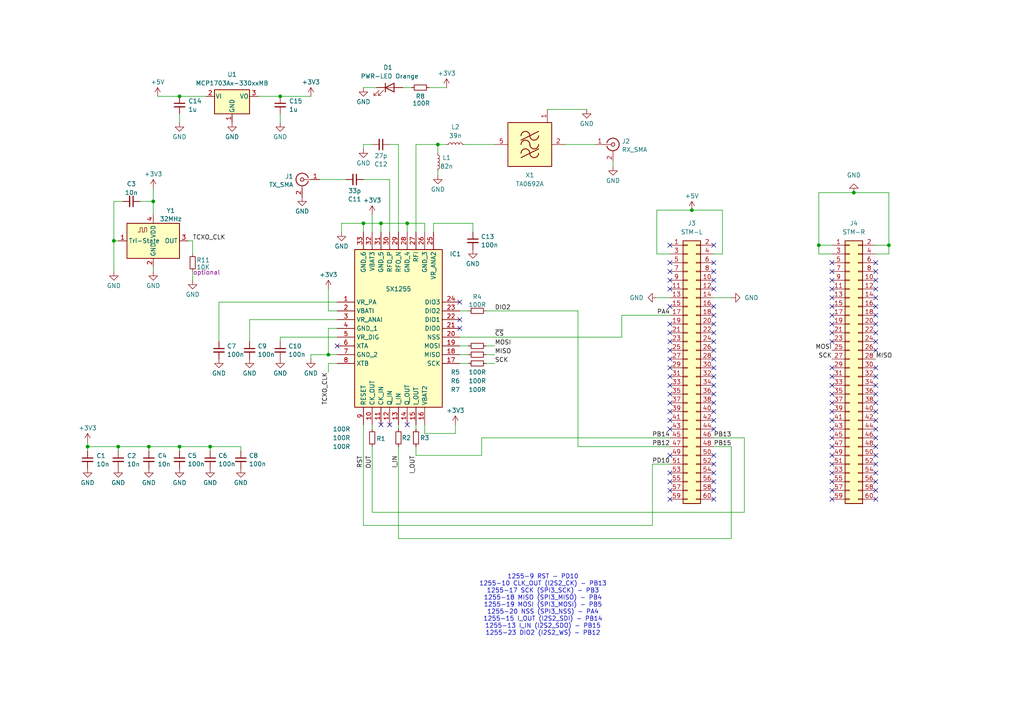
<source format=kicad_sch>
(kicad_sch (version 20250114) (generator "eeschema") (generator_version "9.0")
  (paper "A4")
  (title_block (title "SX1255-STM32H723ZG HAT") (date "07.1.2026") (rev "V 1.0") (company "Z32IT"))
  (lib_symbols
    (symbol "Connector:Conn_Coaxial" (pin_names (offset 1.016) (hide yes))
      (property "Reference" "J" (at 0.254 3.048 0))
      (property "Value" "Conn_Coaxial" (at 2.921 0 90))
      (symbol "Conn_Coaxial_0_1"
        (polyline (pts (xy -2.54 0) (xy -0.508 0)))
        (arc (start 1.778 0) (mid 0.222 -1.8079) (end -1.778 -0.508) (stroke (width 0.254)))
        (arc (start -1.778 0.508) (mid 0.2221 1.8084) (end 1.778 0) (stroke (width 0.254)))
        (circle (center 0 0) (radius 0.508) (stroke (width 0.2032)))
        (polyline (pts (xy 0 -2.54) (xy 0 -1.778)))
      )
      (symbol "Conn_Coaxial_1_1"
        (pin passive line (at -5.08 0 0) (length 2.54) (name "In") (number "1"))
        (pin passive line (at 0 -5.08 90) (length 2.54) (name "Ext") (number "2"))
      )
    )
    (symbol "Connector_Generic:Conn_02x30_Odd_Even" (pin_names (offset 1.016) (hide yes))
      (property "Reference" "J" (at 1.27 38.1 0))
      (property "Value" "Conn_02x30_Odd_Even" (at 1.27 -40.64 0))
      (symbol "Conn_02x30_Odd_Even_1_1"
        (rectangle (start -1.27 36.83) (end 3.81 -39.37) (stroke (width 0.254)) (fill (type background)))
        (rectangle (start -1.27 35.687) (end 0 35.433) (stroke (width 0.1524)))
        (rectangle (start -1.27 33.147) (end 0 32.893) (stroke (width 0.1524)))
        (rectangle (start -1.27 30.607) (end 0 30.353) (stroke (width 0.1524)))
        (rectangle (start -1.27 28.067) (end 0 27.813) (stroke (width 0.1524)))
        (rectangle (start -1.27 25.527) (end 0 25.273) (stroke (width 0.1524)))
        (rectangle (start -1.27 22.987) (end 0 22.733) (stroke (width 0.1524)))
        (rectangle (start -1.27 20.447) (end 0 20.193) (stroke (width 0.1524)))
        (rectangle (start -1.27 17.907) (end 0 17.653) (stroke (width 0.1524)))
        (rectangle (start -1.27 15.367) (end 0 15.113) (stroke (width 0.1524)))
        (rectangle (start -1.27 12.827) (end 0 12.573) (stroke (width 0.1524)))
        (rectangle (start -1.27 10.287) (end 0 10.033) (stroke (width 0.1524)))
        (rectangle (start -1.27 7.747) (end 0 7.493) (stroke (width 0.1524)))
        (rectangle (start -1.27 5.207) (end 0 4.953) (stroke (width 0.1524)))
        (rectangle (start -1.27 2.667) (end 0 2.413) (stroke (width 0.1524)))
        (rectangle (start -1.27 0.127) (end 0 -0.127) (stroke (width 0.1524)))
        (rectangle (start -1.27 -2.413) (end 0 -2.667) (stroke (width 0.1524)))
        (rectangle (start -1.27 -4.953) (end 0 -5.207) (stroke (width 0.1524)))
        (rectangle (start -1.27 -7.493) (end 0 -7.747) (stroke (width 0.1524)))
        (rectangle (start -1.27 -10.033) (end 0 -10.287) (stroke (width 0.1524)))
        (rectangle (start -1.27 -12.573) (end 0 -12.827) (stroke (width 0.1524)))
        (rectangle (start -1.27 -15.113) (end 0 -15.367) (stroke (width 0.1524)))
        (rectangle (start -1.27 -17.653) (end 0 -17.907) (stroke (width 0.1524)))
        (rectangle (start -1.27 -20.193) (end 0 -20.447) (stroke (width 0.1524)))
        (rectangle (start -1.27 -22.733) (end 0 -22.987) (stroke (width 0.1524)))
        (rectangle (start -1.27 -25.273) (end 0 -25.527) (stroke (width 0.1524)))
        (rectangle (start -1.27 -27.813) (end 0 -28.067) (stroke (width 0.1524)))
        (rectangle (start -1.27 -30.353) (end 0 -30.607) (stroke (width 0.1524)))
        (rectangle (start -1.27 -32.893) (end 0 -33.147) (stroke (width 0.1524)))
        (rectangle (start -1.27 -35.433) (end 0 -35.687) (stroke (width 0.1524)))
        (rectangle (start -1.27 -37.973) (end 0 -38.227) (stroke (width 0.1524)))
        (rectangle (start 3.81 35.687) (end 2.54 35.433) (stroke (width 0.1524)))
        (rectangle (start 3.81 33.147) (end 2.54 32.893) (stroke (width 0.1524)))
        (rectangle (start 3.81 30.607) (end 2.54 30.353) (stroke (width 0.1524)))
        (rectangle (start 3.81 28.067) (end 2.54 27.813) (stroke (width 0.1524)))
        (rectangle (start 3.81 25.527) (end 2.54 25.273) (stroke (width 0.1524)))
        (rectangle (start 3.81 22.987) (end 2.54 22.733) (stroke (width 0.1524)))
        (rectangle (start 3.81 20.447) (end 2.54 20.193) (stroke (width 0.1524)))
        (rectangle (start 3.81 17.907) (end 2.54 17.653) (stroke (width 0.1524)))
        (rectangle (start 3.81 15.367) (end 2.54 15.113) (stroke (width 0.1524)))
        (rectangle (start 3.81 12.827) (end 2.54 12.573) (stroke (width 0.1524)))
        (rectangle (start 3.81 10.287) (end 2.54 10.033) (stroke (width 0.1524)))
        (rectangle (start 3.81 7.747) (end 2.54 7.493) (stroke (width 0.1524)))
        (rectangle (start 3.81 5.207) (end 2.54 4.953) (stroke (width 0.1524)))
        (rectangle (start 3.81 2.667) (end 2.54 2.413) (stroke (width 0.1524)))
        (rectangle (start 3.81 0.127) (end 2.54 -0.127) (stroke (width 0.1524)))
        (rectangle (start 3.81 -2.413) (end 2.54 -2.667) (stroke (width 0.1524)))
        (rectangle (start 3.81 -4.953) (end 2.54 -5.207) (stroke (width 0.1524)))
        (rectangle (start 3.81 -7.493) (end 2.54 -7.747) (stroke (width 0.1524)))
        (rectangle (start 3.81 -10.033) (end 2.54 -10.287) (stroke (width 0.1524)))
        (rectangle (start 3.81 -12.573) (end 2.54 -12.827) (stroke (width 0.1524)))
        (rectangle (start 3.81 -15.113) (end 2.54 -15.367) (stroke (width 0.1524)))
        (rectangle (start 3.81 -17.653) (end 2.54 -17.907) (stroke (width 0.1524)))
        (rectangle (start 3.81 -20.193) (end 2.54 -20.447) (stroke (width 0.1524)))
        (rectangle (start 3.81 -22.733) (end 2.54 -22.987) (stroke (width 0.1524)))
        (rectangle (start 3.81 -25.273) (end 2.54 -25.527) (stroke (width 0.1524)))
        (rectangle (start 3.81 -27.813) (end 2.54 -28.067) (stroke (width 0.1524)))
        (rectangle (start 3.81 -30.353) (end 2.54 -30.607) (stroke (width 0.1524)))
        (rectangle (start 3.81 -32.893) (end 2.54 -33.147) (stroke (width 0.1524)))
        (rectangle (start 3.81 -35.433) (end 2.54 -35.687) (stroke (width 0.1524)))
        (rectangle (start 3.81 -37.973) (end 2.54 -38.227) (stroke (width 0.1524)))
        (pin passive line (at -5.08 35.56 0) (length 3.81) (name "Pin_1") (number "1"))
        (pin passive line (at -5.08 33.02 0) (length 3.81) (name "Pin_3") (number "3"))
        (pin passive line (at -5.08 30.48 0) (length 3.81) (name "Pin_5") (number "5"))
        (pin passive line (at -5.08 27.94 0) (length 3.81) (name "Pin_7") (number "7"))
        (pin passive line (at -5.08 25.4 0) (length 3.81) (name "Pin_9") (number "9"))
        (pin passive line (at -5.08 22.86 0) (length 3.81) (name "Pin_11") (number "11"))
        (pin passive line (at -5.08 20.32 0) (length 3.81) (name "Pin_13") (number "13"))
        (pin passive line (at -5.08 17.78 0) (length 3.81) (name "Pin_15") (number "15"))
        (pin passive line (at -5.08 15.24 0) (length 3.81) (name "Pin_17") (number "17"))
        (pin passive line (at -5.08 12.7 0) (length 3.81) (name "Pin_19") (number "19"))
        (pin passive line (at -5.08 10.16 0) (length 3.81) (name "Pin_21") (number "21"))
        (pin passive line (at -5.08 7.62 0) (length 3.81) (name "Pin_23") (number "23"))
        (pin passive line (at -5.08 5.08 0) (length 3.81) (name "Pin_25") (number "25"))
        (pin passive line (at -5.08 2.54 0) (length 3.81) (name "Pin_27") (number "27"))
        (pin passive line (at -5.08 0 0) (length 3.81) (name "Pin_29") (number "29"))
        (pin passive line (at -5.08 -2.54 0) (length 3.81) (name "Pin_31") (number "31"))
        (pin passive line (at -5.08 -5.08 0) (length 3.81) (name "Pin_33") (number "33"))
        (pin passive line (at -5.08 -7.62 0) (length 3.81) (name "Pin_35") (number "35"))
        (pin passive line (at -5.08 -10.16 0) (length 3.81) (name "Pin_37") (number "37"))
        (pin passive line (at -5.08 -12.7 0) (length 3.81) (name "Pin_39") (number "39"))
        (pin passive line (at -5.08 -15.24 0) (length 3.81) (name "Pin_41") (number "41"))
        (pin passive line (at -5.08 -17.78 0) (length 3.81) (name "Pin_43") (number "43"))
        (pin passive line (at -5.08 -20.32 0) (length 3.81) (name "Pin_45") (number "45"))
        (pin passive line (at -5.08 -22.86 0) (length 3.81) (name "Pin_47") (number "47"))
        (pin passive line (at -5.08 -25.4 0) (length 3.81) (name "Pin_49") (number "49"))
        (pin passive line (at -5.08 -27.94 0) (length 3.81) (name "Pin_51") (number "51"))
        (pin passive line (at -5.08 -30.48 0) (length 3.81) (name "Pin_53") (number "53"))
        (pin passive line (at -5.08 -33.02 0) (length 3.81) (name "Pin_55") (number "55"))
        (pin passive line (at -5.08 -35.56 0) (length 3.81) (name "Pin_57") (number "57"))
        (pin passive line (at -5.08 -38.1 0) (length 3.81) (name "Pin_59") (number "59"))
        (pin passive line (at 7.62 35.56 180) (length 3.81) (name "Pin_2") (number "2"))
        (pin passive line (at 7.62 33.02 180) (length 3.81) (name "Pin_4") (number "4"))
        (pin passive line (at 7.62 30.48 180) (length 3.81) (name "Pin_6") (number "6"))
        (pin passive line (at 7.62 27.94 180) (length 3.81) (name "Pin_8") (number "8"))
        (pin passive line (at 7.62 25.4 180) (length 3.81) (name "Pin_10") (number "10"))
        (pin passive line (at 7.62 22.86 180) (length 3.81) (name "Pin_12") (number "12"))
        (pin passive line (at 7.62 20.32 180) (length 3.81) (name "Pin_14") (number "14"))
        (pin passive line (at 7.62 17.78 180) (length 3.81) (name "Pin_16") (number "16"))
        (pin passive line (at 7.62 15.24 180) (length 3.81) (name "Pin_18") (number "18"))
        (pin passive line (at 7.62 12.7 180) (length 3.81) (name "Pin_20") (number "20"))
        (pin passive line (at 7.62 10.16 180) (length 3.81) (name "Pin_22") (number "22"))
        (pin passive line (at 7.62 7.62 180) (length 3.81) (name "Pin_24") (number "24"))
        (pin passive line (at 7.62 5.08 180) (length 3.81) (name "Pin_26") (number "26"))
        (pin passive line (at 7.62 2.54 180) (length 3.81) (name "Pin_28") (number "28"))
        (pin passive line (at 7.62 0 180) (length 3.81) (name "Pin_30") (number "30"))
        (pin passive line (at 7.62 -2.54 180) (length 3.81) (name "Pin_32") (number "32"))
        (pin passive line (at 7.62 -5.08 180) (length 3.81) (name "Pin_34") (number "34"))
        (pin passive line (at 7.62 -7.62 180) (length 3.81) (name "Pin_36") (number "36"))
        (pin passive line (at 7.62 -10.16 180) (length 3.81) (name "Pin_38") (number "38"))
        (pin passive line (at 7.62 -12.7 180) (length 3.81) (name "Pin_40") (number "40"))
        (pin passive line (at 7.62 -15.24 180) (length 3.81) (name "Pin_42") (number "42"))
        (pin passive line (at 7.62 -17.78 180) (length 3.81) (name "Pin_44") (number "44"))
        (pin passive line (at 7.62 -20.32 180) (length 3.81) (name "Pin_46") (number "46"))
        (pin passive line (at 7.62 -22.86 180) (length 3.81) (name "Pin_48") (number "48"))
        (pin passive line (at 7.62 -25.4 180) (length 3.81) (name "Pin_50") (number "50"))
        (pin passive line (at 7.62 -27.94 180) (length 3.81) (name "Pin_52") (number "52"))
        (pin passive line (at 7.62 -30.48 180) (length 3.81) (name "Pin_54") (number "54"))
        (pin passive line (at 7.62 -33.02 180) (length 3.81) (name "Pin_56") (number "56"))
        (pin passive line (at 7.62 -35.56 180) (length 3.81) (name "Pin_58") (number "58"))
        (pin passive line (at 7.62 -38.1 180) (length 3.81) (name "Pin_60") (number "60"))
      )
    )
    (symbol "Device:C_Small" (pin_numbers (hide yes)) (pin_names (offset 0.254) (hide yes))
      (property "Reference" "C" (at 0.254 1.778 0))
      (property "Value" "C_Small" (at 0.254 -2.032 0))
      (symbol "C_Small_0_1"
        (polyline (pts (xy -1.524 0.508) (xy 1.524 0.508)) (stroke (width 0.3048)))
        (polyline (pts (xy -1.524 -0.508) (xy 1.524 -0.508)) (stroke (width 0.3302)))
      )
      (symbol "C_Small_1_1"
        (pin passive line (at 0 2.54 270) (length 2.032) (name "~") (number "1"))
        (pin passive line (at 0 -2.54 90) (length 2.032) (name "~") (number "2"))
      )
    )
    (symbol "Device:LED" (pin_numbers (hide yes)) (pin_names (offset 1.016) (hide yes))
      (property "Reference" "D" (at 0 2.54 0))
      (property "Value" "LED" (at 0 -2.54 0))
      (symbol "LED_0_1"
        (polyline (pts (xy -3.048 -0.762) (xy -4.572 -2.286) (xy -3.81 -2.286) (xy -4.572 -2.286) (xy -4.572 -1.524)))
        (polyline (pts (xy -1.778 -0.762) (xy -3.302 -2.286) (xy -2.54 -2.286) (xy -3.302 -2.286) (xy -3.302 -1.524)))
        (polyline (pts (xy -1.27 0) (xy 1.27 0)))
        (polyline (pts (xy -1.27 -1.27) (xy -1.27 1.27)) (stroke (width 0.254)))
        (polyline (pts (xy 1.27 -1.27) (xy 1.27 1.27) (xy -1.27 0) (xy 1.27 -1.27)) (stroke (width 0.254)))
      )
      (symbol "LED_1_1"
        (pin passive line (at -3.81 0 0) (length 2.54) (name "K") (number "1"))
        (pin passive line (at 3.81 0 180) (length 2.54) (name "A") (number "2"))
      )
    )
    (symbol "Device:L_Small" (pin_numbers (hide yes)) (pin_names (offset 0.254) (hide yes))
      (property "Reference" "L" (at 0.762 1.016 0))
      (property "Value" "L_Small" (at 0.762 -1.016 0))
      (symbol "L_Small_0_1"
        (arc (start 0 2.032) (mid 0.5058 1.524) (end 0 1.016))
        (arc (start 0 1.016) (mid 0.5058 0.508) (end 0 0))
        (arc (start 0 0) (mid 0.5058 -0.508) (end 0 -1.016))
        (arc (start 0 -1.016) (mid 0.5058 -1.524) (end 0 -2.032))
      )
      (symbol "L_Small_1_1"
        (pin passive line (at 0 2.54 270) (length 0.508) (name "~") (number "1"))
        (pin passive line (at 0 -2.54 90) (length 0.508) (name "~") (number "2"))
      )
    )
    (symbol "Device:R_Small" (pin_numbers (hide yes)) (pin_names (offset 0.254) (hide yes))
      (property "Reference" "R" (at 0.762 0.508 0))
      (property "Value" "R_Small" (at 0.762 -1.016 0))
      (symbol "R_Small_0_1"
        (rectangle (start -0.762 1.778) (end 0.762 -1.778) (stroke (width 0.2032)))
      )
      (symbol "R_Small_1_1"
        (pin passive line (at 0 2.54 270) (length 0.762) (name "~") (number "1"))
        (pin passive line (at 0 -2.54 90) (length 0.762) (name "~") (number "2"))
      )
    )
    (symbol "Oscillator:ECS-2520MV-xxx-xx"
      (property "Reference" "Y" (at -5.08 6.35 0))
      (property "Value" "ECS-2520MV-xxx-xx" (at 1.27 -6.35 0))
      (symbol "ECS-2520MV-xxx-xx_0_1"
        (rectangle (start -7.62 5.08) (end 7.62 -5.08) (stroke (width 0.254)) (fill (type background)))
        (polyline (pts (xy -4.445 2.54) (xy -3.81 2.54) (xy -3.81 3.81) (xy -3.175 3.81) (xy -3.175 2.54) (xy -2.54 2.54) (xy -2.54 3.81) (xy -1.905 3.81) (xy -1.905 2.54)))
      )
      (symbol "ECS-2520MV-xxx-xx_1_1"
        (pin input line (at -10.16 0 0) (length 2.54) (name "Tri-State") (number "1"))
        (pin power_in line (at 0 7.62 270) (length 2.54) (name "VDD") (number "4"))
        (pin power_in line (at 0 -7.62 90) (length 2.54) (name "GND") (number "2"))
        (pin output line (at 10.16 0 180) (length 2.54) (name "OUT") (number "3"))
      )
    )
    (symbol "RF_Filter:STA1090EC" (pin_names (hide yes))
      (property "Reference" "X" (at -5.08 10.16 0))
      (property "Value" "STA1090EC" (at -1.27 7.62 0))
      (symbol "STA1090EC_1_1"
        (rectangle (start -6.35 6.35) (end 6.35 -6.35) (stroke (width 0.254)) (fill (type background)))
        (polyline (pts (xy -2.54 1.27) (xy 2.54 3.81)) (stroke (width 0.254)))
        (polyline (pts (xy -2.54 -3.81) (xy 2.54 -1.27)) (stroke (width 0.254)))
        (arc (start -2.54 2.54) (mid -1.27 3.8045) (end 0 2.54) (stroke (width 0.254)))
        (arc (start -2.54 0) (mid -1.27 1.2645) (end 0 0) (stroke (width 0.254)))
        (arc (start -2.54 -2.54) (mid -1.27 -1.2755) (end 0 -2.54) (stroke (width 0.254)))
        (arc (start 2.54 2.54) (mid 1.27 1.2755) (end 0 2.54) (stroke (width 0.254)))
        (arc (start 2.54 0) (mid 1.27 -1.2645) (end 0 0) (stroke (width 0.254)))
        (arc (start 2.54 -2.54) (mid 1.27 -3.8045) (end 0 -2.54) (stroke (width 0.254)))
        (pin input line (at -10.16 0 0) (length 3.81) (name "IN") (number "2"))
        (pin power_in line (at -5.08 -10.16 90) (length 3.81) (name "GND") (number "1"))
        (pin passive line (at -5.08 -10.16 90) (length 3.81) (hide yes) (name "GND") (number "3"))
        (pin passive line (at -5.08 -10.16 90) (length 3.81) (hide yes) (name "GND") (number "4"))
        (pin passive line (at -5.08 -10.16 90) (length 3.81) (hide yes) (name "GND") (number "6"))
        (pin output line (at 10.16 0 180) (length 3.81) (name "OUT") (number "5"))
      )
    )
    (symbol "Regulator_Linear:MCP1703Ax-330xxMB" (pin_names (offset 0.254))
      (property "Reference" "U" (at -3.81 3.175 0))
      (property "Value" "MCP1703Ax-330xxMB" (at 0 3.175 0))
      (symbol "MCP1703Ax-330xxMB_0_1"
        (rectangle (start -5.08 -5.08) (end 5.08 1.905) (stroke (width 0.254)) (fill (type background)))
      )
      (symbol "MCP1703Ax-330xxMB_1_1"
        (pin power_in line (at -7.62 0 0) (length 2.54) (name "VI") (number "2"))
        (pin power_in line (at 0 -7.62 90) (length 2.54) (name "GND") (number "1"))
        (pin power_out line (at 7.62 0 180) (length 2.54) (name "VO") (number "3"))
      )
    )
    (symbol "SX1255:SX1255IWLTRT"
      (property "Reference" "IC" (at 31.75 20.32 0))
      (property "Value" "SX1255IWLTRT" (at 31.75 17.78 0))
      (symbol "SX1255IWLTRT_1_1"
        (rectangle (start 5.08 15.24) (end 30.48 -30.48) (stroke (width 0.254)) (fill (type background)))
        (pin passive line (at 0 0 0) (length 5.08) (name "VR_PA") (number "1"))
        (pin passive line (at 0 -2.54 0) (length 5.08) (name "VBATI") (number "2"))
        (pin passive line (at 0 -5.08 0) (length 5.08) (name "VR_ANAI") (number "3"))
        (pin passive line (at 0 -7.62 0) (length 5.08) (name "GND_1") (number "4"))
        (pin passive line (at 0 -10.16 0) (length 5.08) (name "VR_DIG") (number "5"))
        (pin passive line (at 0 -12.7 0) (length 5.08) (name "XTA") (number "6"))
        (pin passive line (at 0 -15.24 0) (length 5.08) (name "GND_2") (number "7"))
        (pin passive line (at 0 -17.78 0) (length 5.08) (name "XTB") (number "8"))
        (pin passive line (at 7.62 20.32 270) (length 5.08) (name "GND_6") (number "33"))
        (pin passive line (at 7.62 -35.56 90) (length 5.08) (name "RESET") (number "9"))
        (pin passive line (at 10.16 20.32 270) (length 5.08) (name "VBAT3") (number "32"))
        (pin passive line (at 10.16 -35.56 90) (length 5.08) (name "CK_OUT") (number "10"))
        (pin passive line (at 12.7 20.32 270) (length 5.08) (name "GND_5") (number "31"))
        (pin passive line (at 12.7 -35.56 90) (length 5.08) (name "CK_IN") (number "11"))
        (pin passive line (at 15.24 20.32 270) (length 5.08) (name "RFO_P") (number "30"))
        (pin passive line (at 15.24 -35.56 90) (length 5.08) (name "Q_IN") (number "12"))
        (pin passive line (at 17.78 20.32 270) (length 5.08) (name "RFO_N") (number "29"))
        (pin passive line (at 17.78 -35.56 90) (length 5.08) (name "I_IN") (number "13"))
        (pin passive line (at 20.32 20.32 270) (length 5.08) (name "GND_4") (number "28"))
        (pin passive line (at 20.32 -35.56 90) (length 5.08) (name "Q_OUT") (number "14"))
        (pin passive line (at 22.86 20.32 270) (length 5.08) (name "RFI") (number "27"))
        (pin passive line (at 22.86 -35.56 90) (length 5.08) (name "I_OUT") (number "15"))
        (pin passive line (at 25.4 20.32 270) (length 5.08) (name "GND_3") (number "26"))
        (pin passive line (at 25.4 -35.56 90) (length 5.08) (name "VBAT2") (number "16"))
        (pin passive line (at 27.94 20.32 270) (length 5.08) (name "VR_ANA2") (number "25"))
        (pin passive line (at 35.56 0 180) (length 5.08) (name "DIO3") (number "24"))
        (pin passive line (at 35.56 -2.54 180) (length 5.08) (name "DIO2") (number "23"))
        (pin passive line (at 35.56 -5.08 180) (length 5.08) (name "DIO1") (number "22"))
        (pin passive line (at 35.56 -7.62 180) (length 5.08) (name "DIO0") (number "21"))
        (pin passive line (at 35.56 -10.16 180) (length 5.08) (name "NSS") (number "20"))
        (pin passive line (at 35.56 -12.7 180) (length 5.08) (name "MOSI") (number "19"))
        (pin passive line (at 35.56 -15.24 180) (length 5.08) (name "MISO") (number "18"))
        (pin passive line (at 35.56 -17.78 180) (length 5.08) (name "SCK") (number "17"))
      )
    )
    (symbol "power:+3V3" (power) (pin_names (offset 0))
      (property "Value" "+3V3" (at 0 3.556 0))
      (symbol "+3V3_0_1"
        (polyline (pts (xy -0.762 1.27) (xy 0 2.54)))
        (polyline (pts (xy 0 2.54) (xy 0.762 1.27)))
        (polyline (pts (xy 0 0) (xy 0 2.54)))
      )
      (symbol "+3V3_1_1"
        (pin power_in line (at 0 0 90) (length 0) (hide yes) (name "+3V3") (number "1"))
      )
    )
    (symbol "power:GND" (power) (pin_names (offset 0))
      (property "Value" "GND" (at 0 -3.81 0))
      (symbol "GND_0_1"
        (polyline (pts (xy 0 0) (xy 0 -1.27) (xy 1.27 -1.27) (xy 0 -2.54) (xy -1.27 -1.27) (xy 0 -1.27)))
      )
      (symbol "GND_1_1"
        (pin power_in line (at 0 0 270) (length 0) (hide yes) (name "GND") (number "1"))
      )
    )
  )
  (text "1255-9 RST - PD10\n1255-10 CLK_OUT (I2S2_CK) - PB13\n1255-17 SCK (SPI3_SCK) - PB3\n1255-18 MISO (SPI3_MISO) - PB4\n1255-19 MOSI (SPI3_MOSI) - PB5\n1255-20 NSS (SPI3_NSS) - PA4\n1255-15 I_OUT (I2S2_SDI) - PB14\n1255-13 I_IN (I2S2_SDO) - PB15\n1255-23 DIO2 (I2S2_WS) - PB12" (at 157.48 175.514 0) (effects (font (size 1.27 1.27))))
  (junction (at 95.25 102.87))
  (junction (at 118.11 64.77))
  (junction (at 81.28 27.94))
  (junction (at 52.07 27.94))
  (junction (at 237.49 71.12))
  (junction (at 52.07 129.54))
  (junction (at 105.41 64.77))
  (junction (at 127 41.91))
  (junction (at 34.29 129.54))
  (junction (at 43.18 129.54))
  (junction (at 257.81 71.12))
  (junction (at 33.02 69.85))
  (junction (at 200.66 60.96))
  (junction (at 25.4 129.54))
  (junction (at 247.65 55.88))
  (junction (at 60.96 129.54))
  (junction (at 44.45 58.42))
  (junction (at 110.49 64.77))
  (no_connect (at 194.31 78.74))
  (no_connect (at 254 129.54))
  (no_connect (at 207.01 116.84))
  (no_connect (at 241.3 132.08))
  (no_connect (at 207.01 137.16))
  (no_connect (at 207.01 81.28))
  (no_connect (at 207.01 88.9))
  (no_connect (at 241.3 93.98))
  (no_connect (at 194.31 137.16))
  (no_connect (at 254 132.08))
  (no_connect (at 241.3 96.52))
  (no_connect (at 254 124.46))
  (no_connect (at 254 101.6))
  (no_connect (at 241.3 99.06))
  (no_connect (at 241.3 78.74))
  (no_connect (at 194.31 88.9))
  (no_connect (at 113.03 123.19))
  (no_connect (at 207.01 124.46))
  (no_connect (at 254 96.52))
  (no_connect (at 207.01 106.68))
  (no_connect (at 207.01 114.3))
  (no_connect (at 194.31 109.22))
  (no_connect (at 207.01 119.38))
  (no_connect (at 207.01 71.12))
  (no_connect (at 241.3 114.3))
  (no_connect (at 254 116.84))
  (no_connect (at 133.35 95.25))
  (no_connect (at 194.31 119.38))
  (no_connect (at 194.31 124.46))
  (no_connect (at 254 119.38))
  (no_connect (at 241.3 81.28))
  (no_connect (at 241.3 144.78))
  (no_connect (at 254 114.3))
  (no_connect (at 254 91.44))
  (no_connect (at 194.31 111.76))
  (no_connect (at 194.31 99.06))
  (no_connect (at 241.3 137.16))
  (no_connect (at 97.79 100.33))
  (no_connect (at 241.3 139.7))
  (no_connect (at 194.31 106.68))
  (no_connect (at 207.01 144.78))
  (no_connect (at 207.01 91.44))
  (no_connect (at 241.3 129.54))
  (no_connect (at 254 78.74))
  (no_connect (at 254 76.2))
  (no_connect (at 194.31 121.92))
  (no_connect (at 254 83.82))
  (no_connect (at 254 142.24))
  (no_connect (at 194.31 96.52))
  (no_connect (at 254 137.16))
  (no_connect (at 194.31 116.84))
  (no_connect (at 207.01 111.76))
  (no_connect (at 241.3 109.22))
  (no_connect (at 254 99.06))
  (no_connect (at 207.01 101.6))
  (no_connect (at 207.01 76.2))
  (no_connect (at 241.3 83.82))
  (no_connect (at 194.31 71.12))
  (no_connect (at 254 88.9))
  (no_connect (at 118.11 123.19))
  (no_connect (at 194.31 93.98))
  (no_connect (at 241.3 119.38))
  (no_connect (at 207.01 99.06))
  (no_connect (at 254 86.36))
  (no_connect (at 207.01 134.62))
  (no_connect (at 241.3 76.2))
  (no_connect (at 133.35 87.63))
  (no_connect (at 207.01 139.7))
  (no_connect (at 254 111.76))
  (no_connect (at 194.31 83.82))
  (no_connect (at 207.01 132.08))
  (no_connect (at 194.31 132.08))
  (no_connect (at 207.01 93.98))
  (no_connect (at 241.3 106.68))
  (no_connect (at 241.3 111.76))
  (no_connect (at 241.3 124.46))
  (no_connect (at 254 81.28))
  (no_connect (at 241.3 134.62))
  (no_connect (at 194.31 142.24))
  (no_connect (at 194.31 81.28))
  (no_connect (at 241.3 86.36))
  (no_connect (at 254 127))
  (no_connect (at 207.01 104.14))
  (no_connect (at 207.01 78.74))
  (no_connect (at 194.31 114.3))
  (no_connect (at 241.3 91.44))
  (no_connect (at 207.01 109.22))
  (no_connect (at 241.3 88.9))
  (no_connect (at 254 144.78))
  (no_connect (at 241.3 127))
  (no_connect (at 194.31 104.14))
  (no_connect (at 207.01 96.52))
  (no_connect (at 194.31 101.6))
  (no_connect (at 133.35 92.71))
  (no_connect (at 207.01 83.82))
  (no_connect (at 110.49 123.19))
  (no_connect (at 254 93.98))
  (no_connect (at 207.01 142.24))
  (no_connect (at 254 106.68))
  (no_connect (at 254 109.22))
  (no_connect (at 194.31 144.78))
  (no_connect (at 207.01 121.92))
  (no_connect (at 194.31 139.7))
  (no_connect (at 254 134.62))
  (no_connect (at 194.31 76.2))
  (no_connect (at 254 121.92))
  (no_connect (at 254 139.7))
  (no_connect (at 241.3 142.24))
  (no_connect (at 241.3 116.84))
  (no_connect (at 241.3 121.92))
  (wire (pts (xy 45.72 27.94) (xy 52.07 27.94)))
  (wire (pts (xy 127 41.91) (xy 129.54 41.91)))
  (wire (pts (xy 107.95 62.23) (xy 107.95 67.31)))
  (wire (pts (xy 95.25 105.41) (xy 97.79 105.41)))
  (wire (pts (xy 44.45 77.47) (xy 44.45 78.74)))
  (wire (pts (xy 120.65 123.19) (xy 120.65 124.46)))
  (wire (pts (xy 81.28 97.79) (xy 97.79 97.79)))
  (wire (pts (xy 194.31 91.44) (xy 180.34 91.44)))
  (wire (pts (xy 63.5 87.63) (xy 97.79 87.63)))
  (wire (pts (xy 115.57 123.19) (xy 115.57 124.46)))
  (wire (pts (xy 81.28 97.79) (xy 81.28 99.06)))
  (wire (pts (xy 44.45 54.61) (xy 44.45 58.42)))
  (wire (pts (xy 120.65 67.31) (xy 120.65 41.91)))
  (wire (pts (xy 194.31 134.62) (xy 189.23 134.62)))
  (wire (pts (xy 209.55 60.96) (xy 200.66 60.96)))
  (wire (pts (xy 140.97 100.33) (xy 143.51 100.33)))
  (wire (pts (xy 52.07 130.81) (xy 52.07 129.54)))
  (wire (pts (xy 44.45 58.42) (xy 44.45 62.23)))
  (wire (pts (xy 133.35 90.17) (xy 135.89 90.17)))
  (wire (pts (xy 74.93 27.94) (xy 81.28 27.94)))
  (wire (pts (xy 105.41 25.4) (xy 109.22 25.4)))
  (wire (pts (xy 110.49 64.77) (xy 105.41 64.77)))
  (wire (pts (xy 133.35 97.79) (xy 180.34 97.79)))
  (wire (pts (xy 92.71 52.07) (xy 100.33 52.07)))
  (wire (pts (xy 194.31 127) (xy 139.7 127)))
  (wire (pts (xy 125.73 67.31) (xy 125.73 64.77)))
  (wire (pts (xy 54.61 69.85) (xy 55.88 69.85)))
  (wire (pts (xy 95.25 107.95) (xy 95.25 105.41)))
  (wire (pts (xy 95.25 90.17) (xy 97.79 90.17)))
  (wire (pts (xy 52.07 35.56) (xy 52.07 33.02)))
  (wire (pts (xy 133.35 105.41) (xy 135.89 105.41)))
  (wire (pts (xy 254 71.12) (xy 257.81 71.12)))
  (wire (pts (xy 25.4 129.54) (xy 34.29 129.54)))
  (wire (pts (xy 139.7 132.08) (xy 120.65 132.08)))
  (wire (pts (xy 113.03 52.07) (xy 113.03 67.31)))
  (wire (pts (xy 107.95 41.91) (xy 105.41 41.91)))
  (wire (pts (xy 99.06 64.77) (xy 99.06 67.31)))
  (wire (pts (xy 33.02 69.85) (xy 33.02 78.74)))
  (wire (pts (xy 212.09 156.21) (xy 115.57 156.21)))
  (wire (pts (xy 190.5 86.36) (xy 194.31 86.36)))
  (wire (pts (xy 194.31 129.54) (xy 167.64 129.54)))
  (wire (pts (xy 107.95 123.19) (xy 107.95 124.46)))
  (wire (pts (xy 105.41 64.77) (xy 99.06 64.77)))
  (wire (pts (xy 97.79 95.25) (xy 95.25 95.25)))
  (wire (pts (xy 257.81 55.88) (xy 247.65 55.88)))
  (wire (pts (xy 140.97 102.87) (xy 143.51 102.87)))
  (wire (pts (xy 43.18 129.54) (xy 52.07 129.54)))
  (wire (pts (xy 124.46 25.4) (xy 129.54 25.4)))
  (wire (pts (xy 215.9 127) (xy 215.9 148.59)))
  (wire (pts (xy 34.29 129.54) (xy 34.29 130.81)))
  (wire (pts (xy 118.11 64.77) (xy 110.49 64.77)))
  (wire (pts (xy 120.65 129.54) (xy 120.65 132.08)))
  (wire (pts (xy 209.55 73.66) (xy 209.55 60.96)))
  (wire (pts (xy 140.97 90.17) (xy 167.64 90.17)))
  (wire (pts (xy 167.64 129.54) (xy 167.64 90.17)))
  (wire (pts (xy 163.83 41.91) (xy 172.72 41.91)))
  (wire (pts (xy 95.25 83.82) (xy 95.25 90.17)))
  (wire (pts (xy 123.19 64.77) (xy 118.11 64.77)))
  (wire (pts (xy 115.57 129.54) (xy 115.57 156.21)))
  (wire (pts (xy 190.5 73.66) (xy 190.5 60.96)))
  (wire (pts (xy 207.01 73.66) (xy 209.55 73.66)))
  (wire (pts (xy 189.23 134.62) (xy 189.23 152.4)))
  (wire (pts (xy 158.75 31.75) (xy 170.18 31.75)))
  (wire (pts (xy 69.85 130.81) (xy 69.85 129.54)))
  (wire (pts (xy 95.25 102.87) (xy 97.79 102.87)))
  (wire (pts (xy 55.88 78.74) (xy 55.88 81.28)))
  (wire (pts (xy 110.49 64.77) (xy 110.49 67.31)))
  (wire (pts (xy 120.65 41.91) (xy 127 41.91)))
  (wire (pts (xy 207.01 129.54) (xy 212.09 129.54)))
  (wire (pts (xy 40.64 58.42) (xy 44.45 58.42)))
  (wire (pts (xy 72.39 92.71) (xy 97.79 92.71)))
  (wire (pts (xy 177.8 48.26) (xy 177.8 46.99)))
  (wire (pts (xy 55.88 69.85) (xy 55.88 73.66)))
  (wire (pts (xy 194.31 73.66) (xy 190.5 73.66)))
  (wire (pts (xy 33.02 58.42) (xy 33.02 69.85)))
  (wire (pts (xy 52.07 129.54) (xy 60.96 129.54)))
  (wire (pts (xy 132.08 123.19) (xy 132.08 125.73)))
  (wire (pts (xy 257.81 73.66) (xy 257.81 71.12)))
  (wire (pts (xy 116.84 25.4) (xy 119.38 25.4)))
  (wire (pts (xy 133.35 102.87) (xy 135.89 102.87)))
  (wire (pts (xy 127 50.8) (xy 127 49.53)))
  (wire (pts (xy 105.41 52.07) (xy 113.03 52.07)))
  (wire (pts (xy 90.17 102.87) (xy 95.25 102.87)))
  (wire (pts (xy 90.17 102.87) (xy 90.17 104.14)))
  (wire (pts (xy 43.18 130.81) (xy 43.18 129.54)))
  (wire (pts (xy 69.85 129.54) (xy 60.96 129.54)))
  (wire (pts (xy 105.41 67.31) (xy 105.41 64.77)))
  (wire (pts (xy 207.01 127) (xy 215.9 127)))
  (wire (pts (xy 81.28 35.56) (xy 81.28 33.02)))
  (wire (pts (xy 237.49 71.12) (xy 241.3 71.12)))
  (wire (pts (xy 60.96 130.81) (xy 60.96 129.54)))
  (wire (pts (xy 25.4 128.27) (xy 25.4 129.54)))
  (wire (pts (xy 254 73.66) (xy 257.81 73.66)))
  (wire (pts (xy 95.25 95.25) (xy 95.25 102.87)))
  (wire (pts (xy 207.01 86.36) (xy 212.09 86.36)))
  (wire (pts (xy 81.28 27.94) (xy 90.17 27.94)))
  (wire (pts (xy 137.16 64.77) (xy 137.16 67.31)))
  (wire (pts (xy 123.19 67.31) (xy 123.19 64.77)))
  (wire (pts (xy 237.49 71.12) (xy 237.49 55.88)))
  (wire (pts (xy 212.09 129.54) (xy 212.09 156.21)))
  (wire (pts (xy 140.97 105.41) (xy 143.51 105.41)))
  (wire (pts (xy 115.57 67.31) (xy 115.57 41.91)))
  (wire (pts (xy 123.19 123.19) (xy 123.19 125.73)))
  (wire (pts (xy 118.11 67.31) (xy 118.11 64.77)))
  (wire (pts (xy 115.57 41.91) (xy 113.03 41.91)))
  (wire (pts (xy 134.62 41.91) (xy 143.51 41.91)))
  (wire (pts (xy 25.4 130.81) (xy 25.4 129.54)))
  (wire (pts (xy 105.41 41.91) (xy 105.41 43.18)))
  (wire (pts (xy 237.49 55.88) (xy 247.65 55.88)))
  (wire (pts (xy 257.81 71.12) (xy 257.81 55.88)))
  (wire (pts (xy 237.49 73.66) (xy 237.49 71.12)))
  (wire (pts (xy 107.95 129.54) (xy 107.95 148.59)))
  (wire (pts (xy 105.41 123.19) (xy 105.41 152.4)))
  (wire (pts (xy 180.34 91.44) (xy 180.34 97.79)))
  (wire (pts (xy 63.5 87.63) (xy 63.5 99.06)))
  (wire (pts (xy 123.19 125.73) (xy 132.08 125.73)))
  (wire (pts (xy 33.02 69.85) (xy 34.29 69.85)))
  (wire (pts (xy 35.56 58.42) (xy 33.02 58.42)))
  (wire (pts (xy 43.18 129.54) (xy 34.29 129.54)))
  (wire (pts (xy 139.7 127) (xy 139.7 132.08)))
  (wire (pts (xy 72.39 92.71) (xy 72.39 99.06)))
  (wire (pts (xy 52.07 27.94) (xy 59.69 27.94)))
  (wire (pts (xy 133.35 100.33) (xy 135.89 100.33)))
  (wire (pts (xy 189.23 152.4) (xy 105.41 152.4)))
  (wire (pts (xy 241.3 73.66) (xy 237.49 73.66)))
  (wire (pts (xy 127 41.91) (xy 127 44.45)))
  (wire (pts (xy 125.73 64.77) (xy 137.16 64.77)))
  (wire (pts (xy 190.5 60.96) (xy 200.66 60.96)))
  (wire (pts (xy 215.9 148.59) (xy 107.95 148.59)))
  (label "MISO" (at 254 104.14 0))
  (label "OUT" (at 107.95 132.08 270))
  (label "MISO" (at 143.51 102.87 0))
  (label "PB12" (at 194.31 129.54 180))
  (label "PB15" (at 207.01 129.54 0))
  (label "MOSI" (at 143.51 100.33 0))
  (label "I_IN" (at 115.57 132.08 270))
  (label "DIO2" (at 143.51 90.17 0))
  (label "RST" (at 105.41 132.08 270))
  (label "TCXO_CLK" (at 55.88 69.85 0))
  (label "SCK" (at 241.3 104.14 180))
  (label "PA4" (at 194.31 91.44 180))
  (label "SCK" (at 143.51 105.41 0))
  (label "I_OUT" (at 120.65 132.08 270))
  (label "PD10" (at 194.31 134.62 180))
  (label "MOSI" (at 241.3 101.6 180))
  (label "~{CS}" (at 143.51 97.79 0))
  (label "PB14" (at 194.31 127 180))
  (label "PB13" (at 207.01 127 0))
  (label "TCXO_CLK" (at 95.25 107.95 270))
  (symbol (lib_id "Device:C_Small") (at 81.28 101.6 0) (unit 1)
    (property "Reference" "C10" (at 83.6041 100.3942 0) (effects (justify left)))
    (property "Value" "100n" (at 83.6041 102.8184 0) (effects (justify left)))
    (property "Footprint" "Capacitor_SMD:C_0805_2012Metric" (effects (hide yes)))
    (property "PN" "581-06035G104Z" (effects (hide yes)))
    (property "MPN" "06035G104ZAT2A" (effects (hide yes)))
  )
  (symbol (lib_id "power:GND") (at 55.88 81.28 0) (unit 1)
    (property "Reference" "#PWR030" (effects (hide yes)))
    (property "Value" "GND" (at 55.88 85.4131 0))
  )
  (symbol (lib_id "Device:C_Small") (at 25.4 133.35 0) (unit 1)
    (property "Reference" "C1" (at 27.94 132.1958 0) (effects (justify left)))
    (property "Value" "10n" (at 27.94 134.62 0) (effects (justify left)))
    (property "Footprint" "Capacitor_SMD:C_0805_2012Metric" (effects (hide yes)))
    (property "PN" "80-C0603C103M4RECLR" (effects (hide yes)))
    (property "MPN" "C0603C103M4REC7411" (effects (hide yes)))
  )
  (symbol (lib_id "Device:C_Small") (at 137.16 69.85 0) (unit 1)
    (property "Reference" "C13" (at 139.4841 68.6442 0) (effects (justify left)))
    (property "Value" "100n" (at 139.4841 71.0684 0) (effects (justify left)))
    (property "Footprint" "Capacitor_SMD:C_0805_2012Metric" (effects (hide yes)))
    (property "PN" "581-06035G104Z" (effects (hide yes)))
    (property "MPN" "06035G104ZAT2A" (effects (hide yes)))
  )
  (symbol (lib_id "power:+3V3") (at 25.4 128.27 0) (unit 1)
    (property "Reference" "#PWR01" (effects (hide yes)))
    (property "Value" "+3V3" (at 25.4 124.1369 0))
  )
  (symbol (lib_id "power:GND") (at 177.8 48.26 0) (unit 1)
    (property "Reference" "#PWR023" (effects (hide yes)))
    (property "Value" "GND" (at 177.8 52.3931 0))
  )
  (symbol (lib_id "power:GND") (at 247.65 55.88 180) (unit 1)
    (property "Reference" "#PWR024" (effects (hide yes)))
    (property "Value" "GND" (at 247.65 50.8 0))
  )
  (symbol (lib_id "power:GND") (at 99.06 67.31 0) (unit 1)
    (property "Reference" "#PWR017" (effects (hide yes)))
    (property "Value" "GND" (at 99.06 71.4431 0))
  )
  (symbol (lib_id "power:GND") (at 63.5 104.14 0) (unit 1)
    (property "Reference" "#PWR010" (effects (hide yes)))
    (property "Value" "GND" (at 63.5 108.2731 0))
  )
  (symbol (lib_id "Device:L_Small") (at 132.08 41.91 270) (mirror x) (unit 1)
    (property "Reference" "L2" (at 132.08 36.83 90))
    (property "Value" "39n" (at 132.08 39.37 90))
    (property "Footprint" "Inductor_SMD:L_0805_2012Metric" (effects (hide yes)))
    (property "MPN" "AISC-0603-R039J-T" (effects (hide yes)))
    (property "PN" "815-AISC-0603-R039-J" (effects (hide yes)))
  )
  (symbol (lib_id "Device:R_Small") (at 121.92 25.4 270) (unit 1)
    (property "Reference" "R8" (at 121.92 27.94 90))
    (property "Value" "100R" (at 122.174 29.972 90))
    (property "Footprint" "Resistor_SMD:R_0805_2012Metric" (effects (hide yes)))
    (property "PN" "CRCW0603100RFKECC" (effects (hide yes)))
    (property "MPN" "CRCW0603100RFKECC" (effects (hide yes)))
  )
  (symbol (lib_id "power:GND") (at 105.41 43.18 0) (unit 1)
    (property "Reference" "#PWR018" (effects (hide yes)))
    (property "Value" "GND" (at 105.41 47.3131 0))
  )
  (symbol (lib_id "Connector_Generic:Conn_02x30_Odd_Even") (at 246.38 106.68 0) (unit 1)
    (property "Reference" "J4" (at 247.65 64.77 0))
    (property "Value" "STM-R" (at 247.65 67.31 0))
    (property "Footprint" "Connector_PinSocket_2.54mm:PinSocket_2x30_P2.54mm_Vertical" (effects (hide yes)))
    (property "Description" "Generic connector, double row, 02x30, odd/even pin numbering scheme (row 1 odd numbers, row 2 even numbers), script generated (kicad-library-utils/schlib/autogen/connector/)" (effects (hide yes)))
  )
  (symbol (lib_id "Device:C_Small") (at 69.85 133.35 0) (unit 1)
    (property "Reference" "C8" (at 72.1741 132.1442 0) (effects (justify left)))
    (property "Value" "100n" (at 72.1741 134.5684 0) (effects (justify left)))
    (property "Footprint" "Capacitor_SMD:C_0805_2012Metric" (effects (hide yes)))
    (property "PN" "581-06035G104Z" (effects (hide yes)))
    (property "MPN" "06035G104ZAT2A" (effects (hide yes)))
  )
  (symbol (lib_id "Device:C_Small") (at 63.5 101.6 0) (unit 1)
    (property "Reference" "C7" (at 65.8241 100.3942 0) (effects (justify left)))
    (property "Value" "100n" (at 65.8241 102.8184 0) (effects (justify left)))
    (property "Footprint" "Capacitor_SMD:C_0805_2012Metric" (effects (hide yes)))
    (property "PN" "581-06035G104Z" (effects (hide yes)))
    (property "MPN" "06035G104ZAT2A" (effects (hide yes)))
  )
  (symbol (lib_id "power:+3V3") (at 107.95 62.23 0) (unit 1)
    (property "Reference" "#PWR019" (effects (hide yes)))
    (property "Value" "+3V3" (at 107.95 58.0969 0))
  )
  (symbol (lib_id "Device:C_Small") (at 60.96 133.35 0) (unit 1)
    (property "Reference" "C6" (at 63.2841 132.1442 0) (effects (justify left)))
    (property "Value" "100n" (at 63.2841 134.5684 0) (effects (justify left)))
    (property "Footprint" "Capacitor_SMD:C_0805_2012Metric" (effects (hide yes)))
    (property "PN" "581-06035G104Z" (effects (hide yes)))
    (property "MPN" "06035G104ZAT2A" (effects (hide yes)))
  )
  (symbol (lib_id "Device:R_Small") (at 138.43 90.17 270) (unit 1)
    (property "Reference" "R4" (at 138.43 86.106 90))
    (property "Value" "100R" (at 138.43 88.392 90))
    (property "Footprint" "Resistor_SMD:R_0805_2012Metric" (effects (hide yes)))
    (property "PN" "CRCW0603100RFKECC" (effects (hide yes)))
    (property "MPN" "CRCW0603100RFKECC" (effects (hide yes)))
  )
  (symbol (lib_id "Device:C_Small") (at 110.49 41.91 270) (mirror x) (unit 1)
    (property "Reference" "C12" (at 110.4836 47.6164 90))
    (property "Value" "27p" (at 110.4836 45.1922 90))
    (property "Footprint" "Capacitor_SMD:C_0805_2012Metric" (effects (hide yes)))
    (property "PN" "603-AC0603JRNP9BN270" (effects (hide yes)))
    (property "MPN" "AC0603JRNPO9BN270" (effects (hide yes)))
  )
  (symbol (lib_id "Device:C_Small") (at 102.87 52.07 270) (mirror x) (unit 1)
    (property "Reference" "C11" (at 102.8636 57.7764 90))
    (property "Value" "33p" (at 102.8636 55.3522 90))
    (property "Footprint" "Capacitor_SMD:C_0805_2012Metric" (effects (hide yes)))
    (property "PN" "77-VJ0603A330KXAPBC" (effects (hide yes)))
    (property "MPN" "VJ0603A330KXAPW1BC" (effects (hide yes)))
  )
  (symbol (lib_id "Device:C_Small") (at 38.1 58.42 270) (unit 1)
    (property "Reference" "C3" (at 38.1 53.34 90))
    (property "Value" "10n" (at 38.1 55.88 90))
    (property "Footprint" "Capacitor_SMD:C_0805_2012Metric" (effects (hide yes)))
    (property "PN" "80-C0603C103M4RECLR" (effects (hide yes)))
    (property "MPN" "C0603C103M4REC7411" (effects (hide yes)))
  )
  (symbol (lib_id "power:+3V3") (at 90.17 27.94 0) (unit 1)
    (property "Reference" "#PWR035" (effects (hide yes)))
    (property "Value" "+3V3" (at 90.17 23.8069 0))
  )
  (symbol (lib_id "Connector_Generic:Conn_02x30_Odd_Even") (at 199.39 106.68 0) (unit 1)
    (property "Reference" "J3" (at 200.66 64.77 0))
    (property "Value" "STM-L" (at 200.66 67.31 0))
    (property "Footprint" "Connector_PinSocket_2.54mm:PinSocket_2x30_P2.54mm_Vertical" (effects (hide yes)))
    (property "Description" "Generic connector, double row, 02x30, odd/even pin numbering scheme (row 1 odd numbers, row 2 even numbers), script generated (kicad-library-utils/schlib/autogen/connector/)" (effects (hide yes)))
  )
  (symbol (lib_id "power:GND") (at 69.85 135.89 0) (unit 1)
    (property "Reference" "#PWR011" (effects (hide yes)))
    (property "Value" "GND" (at 69.85 140.0231 0))
  )
  (symbol (lib_id "Connector:Conn_Coaxial") (at 177.8 41.91 0) (unit 1)
    (property "Reference" "J2" (at 180.3401 40.9911 0) (effects (justify left)))
    (property "Value" "RX_SMA" (at 180.3401 43.4153 0) (effects (justify left)))
    (property "Footprint" "Connector_Coaxial:SMA_Amphenol_901-144_Vertical" (effects (hide yes)))
    (property "PN" "737-RF204AT0050G" (effects (hide yes)))
    (property "MPN" "RF2-04A-T-00-50-G" (effects (hide yes)))
  )
  (symbol (lib_id "Device:R_Small") (at 138.43 105.41 270) (unit 1)
    (property "Reference" "R7" (at 132.08 113.03 90))
    (property "Value" "100R" (at 138.43 113.03 90))
    (property "Footprint" "Resistor_SMD:R_0805_2012Metric" (effects (hide yes)))
    (property "PN" "CRCW0603100RFKECC" (effects (hide yes)))
    (property "MPN" "CRCW0603100RFKECC" (effects (hide yes)))
  )
  (symbol (lib_id "power:GND") (at 105.41 25.4 0) (unit 1)
    (property "Reference" "#PWR027" (effects (hide yes)))
    (property "Value" "GND" (at 105.41 29.5331 0))
  )
  (symbol (lib_id "power:GND") (at 72.39 104.14 0) (unit 1)
    (property "Reference" "#PWR012" (effects (hide yes)))
    (property "Value" "GND" (at 72.39 108.2731 0))
  )
  (symbol (lib_id "power:GND") (at 34.29 135.89 0) (unit 1)
    (property "Reference" "#PWR04" (effects (hide yes)))
    (property "Value" "GND" (at 34.29 140.0231 0))
  )
  (symbol (lib_id "Device:R_Small") (at 120.65 127 0) (unit 1)
    (property "Reference" "R3" (at 123.19 127 0))
    (property "Value" "100R" (at 99.06 129.54 0))
    (property "Footprint" "Resistor_SMD:R_0805_2012Metric" (effects (hide yes)))
    (property "PN" "CRCW0603100RFKECC" (effects (hide yes)))
    (property "MPN" "CRCW0603100RFKECC" (effects (hide yes)))
  )
  (symbol (lib_id "Device:C_Small") (at 43.18 133.35 0) (unit 1)
    (property "Reference" "C4" (at 45.72 132.1958 0) (effects (justify left)))
    (property "Value" "10n" (at 45.72 134.62 0) (effects (justify left)))
    (property "Footprint" "Capacitor_SMD:C_0805_2012Metric" (effects (hide yes)))
    (property "PN" "80-C0603C103M4RECLR" (effects (hide yes)))
    (property "MPN" "C0603C103M4REC7411" (effects (hide yes)))
  )
  (symbol (lib_id "power:GND") (at 33.02 78.74 0) (unit 1)
    (property "Reference" "#PWR03" (effects (hide yes)))
    (property "Value" "GND" (at 33.02 82.8731 0))
  )
  (symbol (lib_id "power:+3V3") (at 129.54 25.4 0) (unit 1)
    (property "Reference" "#PWR028" (effects (hide yes)))
    (property "Value" "+3V3" (at 129.54 21.2669 0))
  )
  (symbol (lib_id "Device:LED") (at 113.03 25.4 0) (unit 1)
    (property "Reference" "D1" (at 112.522 19.558 0))
    (property "Value" "PWR-LED Orange" (at 113.03 22.098 0))
    (property "Footprint" "LED_SMD:LED_0805_2012Metric" (effects (hide yes)))
    (property "Description" "Light emitting diode" (effects (hide yes)))
    (property "Sim.Pins" "1=K 2=A" (effects (hide yes)))
  )
  (symbol (lib_id "Device:R_Small") (at 138.43 100.33 270) (unit 1)
    (property "Reference" "R5" (at 132.08 107.95 90))
    (property "Value" "100R" (at 138.43 107.95 90))
    (property "Footprint" "Resistor_SMD:R_0805_2012Metric" (effects (hide yes)))
    (property "PN" "CRCW0603100RFKECC" (effects (hide yes)))
    (property "MPN" "CRCW0603100RFKECC" (effects (hide yes)))
  )
  (symbol (lib_id "power:+3V3") (at 45.72 27.94 0) (unit 1)
    (property "Reference" "#PWR034" (effects (hide yes)))
    (property "Value" "+5V" (at 45.72 23.8069 0))
  )
  (symbol (lib_id "Device:C_Small") (at 81.28 30.48 0) (unit 1)
    (property "Reference" "C15" (at 83.82 29.3258 0) (effects (justify left)))
    (property "Value" "1u" (at 83.82 31.75 0) (effects (justify left)))
    (property "Footprint" "Capacitor_SMD:C_0805_2012Metric" (effects (hide yes)))
    (property "PN" "80-C0603C103M4RECLR" (effects (hide yes)))
    (property "MPN" "C0603C103M4REC7411" (effects (hide yes)))
  )
  (symbol (lib_id "power:GND") (at 127 50.8 0) (unit 1)
    (property "Reference" "#PWR020" (effects (hide yes)))
    (property "Value" "GND" (at 127 54.9331 0))
  )
  (symbol (lib_id "power:GND") (at 44.45 78.74 0) (unit 1)
    (property "Reference" "#PWR07" (effects (hide yes)))
    (property "Value" "GND" (at 44.45 82.8731 0))
  )
  (symbol (lib_id "Connector:Conn_Coaxial") (at 87.63 52.07 0) (mirror y) (unit 1)
    (property "Reference" "J1" (at 85.0899 51.1511 0) (effects (justify left)))
    (property "Value" "TX_SMA" (at 85.0899 53.5753 0) (effects (justify left)))
    (property "Footprint" "Connector_Coaxial:SMA_Amphenol_901-144_Vertical" (effects (hide yes)))
    (property "PN" "737-RF204AT0050G" (effects (hide yes)))
    (property "MPN" "RF2-04A-T-00-50-G" (effects (hide yes)))
  )
  (symbol (lib_id "RF_Filter:STA1090EC") (at 153.67 41.91 180) (unit 1)
    (property "Reference" "X1" (at 153.67 50.8 0))
    (property "Value" "TA0692A" (at 153.67 53.34 0))
    (property "Footprint" "Filter:Filter_SAW-6_3.8x3.8mm" (effects (hide yes)))
    (property "Datasheet" "https://www.golledge.com/media/2064/ma09155.pdf" (effects (hide yes)))
    (property "Description" "Bandpass Filter, 433MHz, SAW filter 6-pin" (effects (hide yes)))
  )
  (symbol (lib_id "Device:C_Small") (at 52.07 30.48 0) (unit 1)
    (property "Reference" "C14" (at 54.61 29.3258 0) (effects (justify left)))
    (property "Value" "1u" (at 54.61 31.75 0) (effects (justify left)))
    (property "Footprint" "Capacitor_SMD:C_0805_2012Metric" (effects (hide yes)))
    (property "PN" "80-C0603C103M4RECLR" (effects (hide yes)))
    (property "MPN" "C0603C103M4REC7411" (effects (hide yes)))
  )
  (symbol (lib_id "power:+3V3") (at 95.25 83.82 0) (unit 1)
    (property "Reference" "#PWR016" (effects (hide yes)))
    (property "Value" "+3V3" (at 95.25 79.6869 0))
  )
  (symbol (lib_id "Device:C_Small") (at 52.07 133.35 0) (unit 1)
    (property "Reference" "C5" (at 54.3941 132.1442 0) (effects (justify left)))
    (property "Value" "100n" (at 54.3941 134.5684 0) (effects (justify left)))
    (property "Footprint" "Capacitor_SMD:C_0805_2012Metric" (effects (hide yes)))
    (property "PN" "581-06035G104Z" (effects (hide yes)))
    (property "MPN" "06035G104ZAT2A" (effects (hide yes)))
  )
  (symbol (lib_id "power:GND") (at 52.07 35.56 0) (unit 1)
    (property "Reference" "#PWR031" (effects (hide yes)))
    (property "Value" "GND" (at 52.07 39.6931 0))
  )
  (symbol (lib_id "Regulator_Linear:MCP1703Ax-330xxMB") (at 67.31 27.94 0) (unit 1)
    (property "Reference" "U1" (at 67.31 21.59 0))
    (property "Value" "MCP1703Ax-330xxMB" (at 67.31 24.13 0))
    (property "Footprint" "Package_TO_SOT_SMD:SOT-89-3" (effects (hide yes)))
    (property "Datasheet" "http://ww1.microchip.com/downloads/en/DeviceDoc/20005122B.pdf" (effects (hide yes)))
    (property "Description" "Low Quiescent Current LDO Regulator, 3.3V, 250mA, Vin<=16V, SOT-89" (effects (hide yes)))
  )
  (symbol (lib_id "power:+3V3") (at 132.08 123.19 0) (unit 1)
    (property "Reference" "#PWR021" (effects (hide yes)))
    (property "Value" "+3V3" (at 132.08 119.0569 0))
  )
  (symbol (lib_id "Oscillator:ECS-2520MV-xxx-xx") (at 44.45 69.85 0) (unit 1)
    (property "Reference" "Y1" (at 49.53 61.0757 0))
    (property "Value" "32MHz" (at 49.53 63.5 0))
    (property "Footprint" "Crystal:Crystal_SMD_3225-4Pin_3.2x2.5mm" (effects (hide yes)))
    (property "PN" "520-TX20CSMV4320AYTR" (effects (hide yes)))
    (property "MPN" "ECS-TXO-20CSMV4-320-AY-TR" (effects (hide yes)))
  )
  (symbol (lib_id "Device:C_Small") (at 72.39 101.6 0) (unit 1)
    (property "Reference" "C9" (at 74.7141 100.3942 0) (effects (justify left)))
    (property "Value" "100n" (at 74.7141 102.8184 0) (effects (justify left)))
    (property "Footprint" "Capacitor_SMD:C_0805_2012Metric" (effects (hide yes)))
    (property "PN" "581-06035G104Z" (effects (hide yes)))
    (property "MPN" "06035G104ZAT2A" (effects (hide yes)))
  )
  (symbol (lib_id "power:GND") (at 90.17 104.14 0) (unit 1)
    (property "Reference" "#PWR015" (effects (hide yes)))
    (property "Value" "GND" (at 90.17 108.2731 0))
  )
  (symbol (lib_id "power:GND") (at 137.16 72.39 0) (unit 1)
    (property "Reference" "#PWR022" (effects (hide yes)))
    (property "Value" "GND" (at 137.16 76.5231 0))
  )
  (symbol (lib_id "Device:L_Small") (at 127 46.99 0) (mirror x) (unit 1)
    (property "Reference" "L1" (at 129.54 45.72 0))
    (property "Value" "82n" (at 129.54 48.26 0))
    (property "Footprint" "Inductor_SMD:L_0805_2012Metric" (effects (hide yes)))
    (property "MPN" "AISC-0603-R082J-T" (effects (hide yes)))
    (property "PN" "815-AISC-0603-R082-J" (effects (hide yes)))
  )
  (symbol (lib_id "power:GND") (at 87.63 57.15 0) (unit 1)
    (property "Reference" "#PWR014" (effects (hide yes)))
    (property "Value" "GND" (at 87.63 61.2831 0))
  )
  (symbol (lib_id "power:GND") (at 25.4 135.89 0) (unit 1)
    (property "Reference" "#PWR02" (effects (hide yes)))
    (property "Value" "GND" (at 25.4 140.0231 0))
  )
  (symbol (lib_id "Device:C_Small") (at 34.29 133.35 0) (unit 1)
    (property "Reference" "C2" (at 36.83 132.1958 0) (effects (justify left)))
    (property "Value" "10n" (at 36.83 134.62 0) (effects (justify left)))
    (property "Footprint" "Capacitor_SMD:C_0805_2012Metric" (effects (hide yes)))
    (property "PN" "80-C0603C103M4RECLR" (effects (hide yes)))
    (property "MPN" "C0603C103M4REC7411" (effects (hide yes)))
  )
  (symbol (lib_id "SX1255:SX1255IWLTRT") (at 97.79 87.63 0) (unit 1)
    (property "Reference" "IC1" (at 132.08 73.66 0))
    (property "Value" "SX1255" (at 115.57 83.82 0))
    (property "Footprint" "Package_DFN_QFN:QFN-32-1EP_5x5mm_P0.5mm_EP3.1x3.1mm_ThermalVias" (effects (hide yes)))
    (property "Datasheet" "https://datasheet.datasheetarchive.com/originals/distributors/DKDS-5/90665.pdf" (effects (hide yes)))
    (property "Height" "0.8" (effects (hide yes)))
    (property "MPN" "SX1255IWLTRT" (effects (hide yes)))
    (property "PN" "947-SX1255IWLTRT" (effects (hide yes)))
  )
  (symbol (lib_id "power:GND") (at 60.96 135.89 0) (unit 1)
    (property "Reference" "#PWR09" (effects (hide yes)))
    (property "Value" "GND" (at 60.96 140.0231 0))
  )
  (symbol (lib_id "power:+3V3") (at 44.45 54.61 0) (unit 1)
    (property "Reference" "#PWR06" (effects (hide yes)))
    (property "Value" "+3V3" (at 44.45 50.4769 0))
  )
  (symbol (lib_id "Device:R_Small") (at 107.95 127 0) (unit 1)
    (property "Reference" "R1" (at 110.49 127.254 0))
    (property "Value" "100R" (at 99.06 124.46 0))
    (property "Footprint" "Resistor_SMD:R_0805_2012Metric" (effects (hide yes)))
    (property "PN" "CRCW0603100RFKECC" (effects (hide yes)))
    (property "MPN" "CRCW0603100RFKECC" (effects (hide yes)))
  )
  (symbol (lib_id "power:+3V3") (at 200.66 60.96 0) (unit 1)
    (property "Reference" "#PWR025" (effects (hide yes)))
    (property "Value" "+5V" (at 200.66 56.8269 0))
  )
  (symbol (lib_id "Device:R_Small") (at 115.57 127 0) (unit 1)
    (property "Reference" "R2" (at 117.856 127 0))
    (property "Value" "100R" (at 99.06 127 0))
    (property "Footprint" "Resistor_SMD:R_0805_2012Metric" (effects (hide yes)))
    (property "PN" "CRCW0603100RFKECC" (effects (hide yes)))
    (property "MPN" "CRCW0603100RFKECC" (effects (hide yes)))
  )
  (symbol (lib_id "power:GND") (at 67.31 35.56 0) (unit 1)
    (property "Reference" "#PWR033" (effects (hide yes)))
    (property "Value" "GND" (at 67.31 39.6931 0))
  )
  (symbol (lib_id "power:GND") (at 212.09 86.36 90) (unit 1)
    (property "Reference" "#PWR029" (effects (hide yes)))
    (property "Value" "GND" (at 215.9 86.3599 90) (effects (justify right)))
  )
  (symbol (lib_id "power:GND") (at 52.07 135.89 0) (unit 1)
    (property "Reference" "#PWR08" (effects (hide yes)))
    (property "Value" "GND" (at 52.07 140.0231 0))
  )
  (symbol (lib_id "power:GND") (at 170.18 31.75 0) (unit 1)
    (property "Reference" "#PWR026" (effects (hide yes)))
    (property "Value" "GND" (at 170.18 35.8831 0))
  )
  (symbol (lib_id "power:GND") (at 81.28 104.14 0) (unit 1)
    (property "Reference" "#PWR013" (effects (hide yes)))
    (property "Value" "GND" (at 81.28 108.2731 0))
  )
  (symbol (lib_id "power:GND") (at 190.5 86.36 270) (unit 1)
    (property "Reference" "#PWR036" (effects (hide yes)))
    (property "Value" "GND" (at 186.69 86.3599 90) (effects (justify right)))
  )
  (symbol (lib_id "Device:R_Small") (at 55.88 76.2 0) (unit 1)
    (property "Reference" "R11" (at 58.928 75.438 0))
    (property "Value" "10K" (at 58.928 77.47 0))
    (property "Footprint" "Resistor_SMD:R_0805_2012Metric" (effects (hide yes)))
    (property "Description" "optional" (at 59.944 78.994 0))
    (property "PN" "CRCW0603100RFKECC" (effects (hide yes)))
    (property "MPN" "CRCW0603100RFKECC" (effects (hide yes)))
  )
  (symbol (lib_id "power:GND") (at 43.18 135.89 0) (unit 1)
    (property "Reference" "#PWR05" (effects (hide yes)))
    (property "Value" "GND" (at 43.18 140.0231 0))
  )
  (symbol (lib_id "power:GND") (at 81.28 35.56 0) (unit 1)
    (property "Reference" "#PWR032" (effects (hide yes)))
    (property "Value" "GND" (at 81.28 39.6931 0))
  )
  (symbol (lib_id "Device:R_Small") (at 138.43 102.87 270) (unit 1)
    (property "Reference" "R6" (at 132.08 110.49 90))
    (property "Value" "100R" (at 138.43 110.49 90))
    (property "Footprint" "Resistor_SMD:R_0805_2012Metric" (effects (hide yes)))
    (property "PN" "CRCW0603100RFKECC" (effects (hide yes)))
    (property "MPN" "CRCW0603100RFKECC" (effects (hide yes)))
  )
)
</source>
